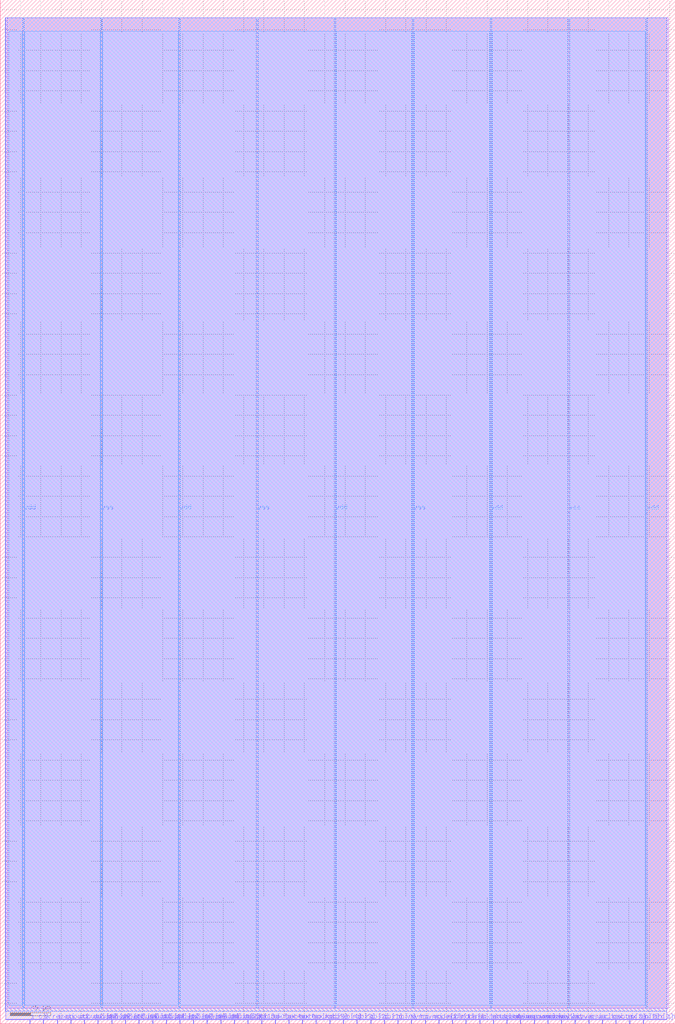
<source format=lef>
VERSION 5.7 ;
  NOWIREEXTENSIONATPIN ON ;
  DIVIDERCHAR "/" ;
  BUSBITCHARS "[]" ;
MACRO top_raybox_zero_fsm
  CLASS BLOCK ;
  FOREIGN top_raybox_zero_fsm ;
  ORIGIN 0.000 0.000 ;
  SIZE 665.635 BY 1009.650 ;
  PIN i_clk
    DIRECTION INPUT ;
    USE SIGNAL ;
    ANTENNAGATEAREA 4.738000 ;
    ANTENNADIFFAREA 0.410400 ;
    PORT
      LAYER Metal2 ;
        RECT 29.120 0.000 29.680 4.000 ;
    END
  END i_clk
  PIN i_debug_map_overlay
    DIRECTION INPUT ;
    USE SIGNAL ;
    ANTENNAGATEAREA 0.726000 ;
    ANTENNADIFFAREA 0.410400 ;
    PORT
      LAYER Metal2 ;
        RECT 486.080 0.000 486.640 4.000 ;
    END
  END i_debug_map_overlay
  PIN i_debug_trace_overlay
    DIRECTION INPUT ;
    USE SIGNAL ;
    ANTENNAGATEAREA 1.102000 ;
    ANTENNADIFFAREA 0.410400 ;
    PORT
      LAYER Metal2 ;
        RECT 472.640 0.000 473.200 4.000 ;
    END
  END i_debug_trace_overlay
  PIN i_debug_vec_overlay
    DIRECTION INPUT ;
    USE SIGNAL ;
    ANTENNAGATEAREA 1.102000 ;
    ANTENNADIFFAREA 0.410400 ;
    PORT
      LAYER Metal2 ;
        RECT 499.520 0.000 500.080 4.000 ;
    END
  END i_debug_vec_overlay
  PIN i_gpout0_sel[0]
    DIRECTION INPUT ;
    USE SIGNAL ;
    ANTENNAGATEAREA 0.726000 ;
    ANTENNADIFFAREA 0.410400 ;
    PORT
      LAYER Metal2 ;
        RECT 203.840 0.000 204.400 4.000 ;
    END
  END i_gpout0_sel[0]
  PIN i_gpout0_sel[1]
    DIRECTION INPUT ;
    USE SIGNAL ;
    ANTENNAGATEAREA 0.726000 ;
    ANTENNADIFFAREA 0.410400 ;
    PORT
      LAYER Metal2 ;
        RECT 190.400 0.000 190.960 4.000 ;
    END
  END i_gpout0_sel[1]
  PIN i_gpout0_sel[2]
    DIRECTION INPUT ;
    USE SIGNAL ;
    ANTENNAGATEAREA 0.396000 ;
    ANTENNADIFFAREA 0.410400 ;
    PORT
      LAYER Metal2 ;
        RECT 176.960 0.000 177.520 4.000 ;
    END
  END i_gpout0_sel[2]
  PIN i_gpout0_sel[3]
    DIRECTION INPUT ;
    USE SIGNAL ;
    ANTENNAGATEAREA 0.396000 ;
    ANTENNADIFFAREA 0.410400 ;
    PORT
      LAYER Metal2 ;
        RECT 163.520 0.000 164.080 4.000 ;
    END
  END i_gpout0_sel[3]
  PIN i_gpout1_sel[0]
    DIRECTION INPUT ;
    USE SIGNAL ;
    ANTENNAGATEAREA 0.726000 ;
    ANTENNADIFFAREA 0.410400 ;
    PORT
      LAYER Metal2 ;
        RECT 150.080 0.000 150.640 4.000 ;
    END
  END i_gpout1_sel[0]
  PIN i_gpout1_sel[1]
    DIRECTION INPUT ;
    USE SIGNAL ;
    ANTENNAGATEAREA 0.726000 ;
    ANTENNADIFFAREA 0.410400 ;
    PORT
      LAYER Metal2 ;
        RECT 136.640 0.000 137.200 4.000 ;
    END
  END i_gpout1_sel[1]
  PIN i_gpout1_sel[2]
    DIRECTION INPUT ;
    USE SIGNAL ;
    ANTENNAGATEAREA 0.396000 ;
    ANTENNADIFFAREA 0.410400 ;
    PORT
      LAYER Metal2 ;
        RECT 123.200 0.000 123.760 4.000 ;
    END
  END i_gpout1_sel[2]
  PIN i_gpout1_sel[3]
    DIRECTION INPUT ;
    USE SIGNAL ;
    ANTENNAGATEAREA 0.396000 ;
    ANTENNADIFFAREA 0.410400 ;
    PORT
      LAYER Metal2 ;
        RECT 109.760 0.000 110.320 4.000 ;
    END
  END i_gpout1_sel[3]
  PIN i_gpout2_sel[0]
    DIRECTION INPUT ;
    USE SIGNAL ;
    ANTENNAGATEAREA 0.726000 ;
    ANTENNADIFFAREA 0.410400 ;
    PORT
      LAYER Metal2 ;
        RECT 96.320 0.000 96.880 4.000 ;
    END
  END i_gpout2_sel[0]
  PIN i_gpout2_sel[1]
    DIRECTION INPUT ;
    USE SIGNAL ;
    ANTENNAGATEAREA 0.726000 ;
    ANTENNADIFFAREA 0.410400 ;
    PORT
      LAYER Metal2 ;
        RECT 82.880 0.000 83.440 4.000 ;
    END
  END i_gpout2_sel[1]
  PIN i_gpout2_sel[2]
    DIRECTION INPUT ;
    USE SIGNAL ;
    ANTENNAGATEAREA 0.726000 ;
    ANTENNADIFFAREA 0.410400 ;
    PORT
      LAYER Metal2 ;
        RECT 69.440 0.000 70.000 4.000 ;
    END
  END i_gpout2_sel[2]
  PIN i_gpout2_sel[3]
    DIRECTION INPUT ;
    USE SIGNAL ;
    ANTENNAGATEAREA 0.498500 ;
    ANTENNADIFFAREA 0.410400 ;
    PORT
      LAYER Metal2 ;
        RECT 56.000 0.000 56.560 4.000 ;
    END
  END i_gpout2_sel[3]
  PIN i_mode[0]
    DIRECTION INPUT ;
    USE SIGNAL ;
    ANTENNAGATEAREA 1.183000 ;
    ANTENNADIFFAREA 0.410400 ;
    PORT
      LAYER Metal2 ;
        RECT 445.760 0.000 446.320 4.000 ;
    END
  END i_mode[0]
  PIN i_mode[1]
    DIRECTION INPUT ;
    USE SIGNAL ;
    ANTENNAGATEAREA 1.102000 ;
    ANTENNADIFFAREA 0.410400 ;
    PORT
      LAYER Metal2 ;
        RECT 432.320 0.000 432.880 4.000 ;
    END
  END i_mode[1]
  PIN i_mode[2]
    DIRECTION INPUT ;
    USE SIGNAL ;
    ANTENNAGATEAREA 0.498500 ;
    ANTENNADIFFAREA 0.410400 ;
    PORT
      LAYER Metal2 ;
        RECT 418.880 0.000 419.440 4.000 ;
    END
  END i_mode[2]
  PIN i_reg_csb
    DIRECTION INPUT ;
    USE SIGNAL ;
    ANTENNAGATEAREA 1.102000 ;
    ANTENNADIFFAREA 0.410400 ;
    PORT
      LAYER Metal2 ;
        RECT 539.840 0.000 540.400 4.000 ;
    END
  END i_reg_csb
  PIN i_reg_mosi
    DIRECTION INPUT ;
    USE SIGNAL ;
    ANTENNAGATEAREA 0.498500 ;
    ANTENNADIFFAREA 0.410400 ;
    PORT
      LAYER Metal2 ;
        RECT 512.960 0.000 513.520 4.000 ;
    END
  END i_reg_mosi
  PIN i_reg_outs_enb
    DIRECTION INPUT ;
    USE SIGNAL ;
    ANTENNAGATEAREA 0.741000 ;
    ANTENNADIFFAREA 0.410400 ;
    PORT
      LAYER Metal2 ;
        RECT 459.200 0.000 459.760 4.000 ;
    END
  END i_reg_outs_enb
  PIN i_reg_sclk
    DIRECTION INPUT ;
    USE SIGNAL ;
    ANTENNAGATEAREA 0.498500 ;
    ANTENNADIFFAREA 0.410400 ;
    PORT
      LAYER Metal2 ;
        RECT 526.400 0.000 526.960 4.000 ;
    END
  END i_reg_sclk
  PIN i_reset
    DIRECTION INPUT ;
    USE SIGNAL ;
    ANTENNAGATEAREA 1.102000 ;
    ANTENNADIFFAREA 0.410400 ;
    PORT
      LAYER Metal2 ;
        RECT 42.560 0.000 43.120 4.000 ;
    END
  END i_reset
  PIN i_tex_in[0]
    DIRECTION INPUT ;
    USE SIGNAL ;
    ANTENNAGATEAREA 0.726000 ;
    ANTENNADIFFAREA 0.410400 ;
    PORT
      LAYER Metal2 ;
        RECT 633.920 0.000 634.480 4.000 ;
    END
  END i_tex_in[0]
  PIN i_tex_in[1]
    DIRECTION INPUT ;
    USE SIGNAL ;
    ANTENNAGATEAREA 0.498500 ;
    ANTENNADIFFAREA 0.410400 ;
    PORT
      LAYER Metal2 ;
        RECT 620.480 0.000 621.040 4.000 ;
    END
  END i_tex_in[1]
  PIN i_tex_in[2]
    DIRECTION INPUT ;
    USE SIGNAL ;
    ANTENNAGATEAREA 0.726000 ;
    ANTENNADIFFAREA 0.410400 ;
    PORT
      LAYER Metal2 ;
        RECT 607.040 0.000 607.600 4.000 ;
    END
  END i_tex_in[2]
  PIN i_tex_in[3]
    DIRECTION INPUT ;
    USE SIGNAL ;
    PORT
      LAYER Metal2 ;
        RECT 593.600 0.000 594.160 4.000 ;
    END
  END i_tex_in[3]
  PIN i_vec_csb
    DIRECTION INPUT ;
    USE SIGNAL ;
    ANTENNAGATEAREA 1.102000 ;
    ANTENNADIFFAREA 0.410400 ;
    PORT
      LAYER Metal2 ;
        RECT 580.160 0.000 580.720 4.000 ;
    END
  END i_vec_csb
  PIN i_vec_mosi
    DIRECTION INPUT ;
    USE SIGNAL ;
    ANTENNAGATEAREA 0.498500 ;
    ANTENNADIFFAREA 0.410400 ;
    PORT
      LAYER Metal2 ;
        RECT 553.280 0.000 553.840 4.000 ;
    END
  END i_vec_mosi
  PIN i_vec_sclk
    DIRECTION INPUT ;
    USE SIGNAL ;
    ANTENNAGATEAREA 0.498500 ;
    ANTENNADIFFAREA 0.410400 ;
    PORT
      LAYER Metal2 ;
        RECT 566.720 0.000 567.280 4.000 ;
    END
  END i_vec_sclk
  PIN o_gpout[0]
    DIRECTION OUTPUT TRISTATE ;
    USE SIGNAL ;
    ANTENNADIFFAREA 4.731200 ;
    PORT
      LAYER Metal2 ;
        RECT 244.160 0.000 244.720 4.000 ;
    END
  END o_gpout[0]
  PIN o_gpout[1]
    DIRECTION OUTPUT TRISTATE ;
    USE SIGNAL ;
    ANTENNADIFFAREA 4.731200 ;
    PORT
      LAYER Metal2 ;
        RECT 230.720 0.000 231.280 4.000 ;
    END
  END o_gpout[1]
  PIN o_gpout[2]
    DIRECTION OUTPUT TRISTATE ;
    USE SIGNAL ;
    ANTENNADIFFAREA 0.897600 ;
    PORT
      LAYER Metal2 ;
        RECT 217.280 0.000 217.840 4.000 ;
    END
  END o_gpout[2]
  PIN o_hsync
    DIRECTION OUTPUT TRISTATE ;
    USE SIGNAL ;
    ANTENNADIFFAREA 4.731200 ;
    PORT
      LAYER Metal2 ;
        RECT 405.440 0.000 406.000 4.000 ;
    END
  END o_hsync
  PIN o_rgb[0]
    DIRECTION OUTPUT TRISTATE ;
    USE SIGNAL ;
    ANTENNADIFFAREA 4.731200 ;
    PORT
      LAYER Metal2 ;
        RECT 378.560 0.000 379.120 4.000 ;
    END
  END o_rgb[0]
  PIN o_rgb[1]
    DIRECTION OUTPUT TRISTATE ;
    USE SIGNAL ;
    ANTENNADIFFAREA 4.731200 ;
    PORT
      LAYER Metal2 ;
        RECT 365.120 0.000 365.680 4.000 ;
    END
  END o_rgb[1]
  PIN o_rgb[2]
    DIRECTION OUTPUT TRISTATE ;
    USE SIGNAL ;
    ANTENNADIFFAREA 4.731200 ;
    PORT
      LAYER Metal2 ;
        RECT 351.680 0.000 352.240 4.000 ;
    END
  END o_rgb[2]
  PIN o_rgb[3]
    DIRECTION OUTPUT TRISTATE ;
    USE SIGNAL ;
    ANTENNADIFFAREA 4.731200 ;
    PORT
      LAYER Metal2 ;
        RECT 338.240 0.000 338.800 4.000 ;
    END
  END o_rgb[3]
  PIN o_rgb[4]
    DIRECTION OUTPUT TRISTATE ;
    USE SIGNAL ;
    ANTENNADIFFAREA 4.731200 ;
    PORT
      LAYER Metal2 ;
        RECT 324.800 0.000 325.360 4.000 ;
    END
  END o_rgb[4]
  PIN o_rgb[5]
    DIRECTION OUTPUT TRISTATE ;
    USE SIGNAL ;
    ANTENNADIFFAREA 4.731200 ;
    PORT
      LAYER Metal2 ;
        RECT 311.360 0.000 311.920 4.000 ;
    END
  END o_rgb[5]
  PIN o_tex_csb
    DIRECTION OUTPUT TRISTATE ;
    USE SIGNAL ;
    ANTENNADIFFAREA 4.731200 ;
    PORT
      LAYER Metal2 ;
        RECT 297.920 0.000 298.480 4.000 ;
    END
  END o_tex_csb
  PIN o_tex_oeb0
    DIRECTION OUTPUT TRISTATE ;
    USE SIGNAL ;
    ANTENNADIFFAREA 4.731200 ;
    PORT
      LAYER Metal2 ;
        RECT 257.600 0.000 258.160 4.000 ;
    END
  END o_tex_oeb0
  PIN o_tex_out0
    DIRECTION OUTPUT TRISTATE ;
    USE SIGNAL ;
    ANTENNADIFFAREA 4.731200 ;
    PORT
      LAYER Metal2 ;
        RECT 271.040 0.000 271.600 4.000 ;
    END
  END o_tex_out0
  PIN o_tex_sclk
    DIRECTION OUTPUT TRISTATE ;
    USE SIGNAL ;
    ANTENNADIFFAREA 0.897600 ;
    PORT
      LAYER Metal2 ;
        RECT 284.480 0.000 285.040 4.000 ;
    END
  END o_tex_sclk
  PIN o_vsync
    DIRECTION OUTPUT TRISTATE ;
    USE SIGNAL ;
    ANTENNADIFFAREA 4.731200 ;
    PORT
      LAYER Metal2 ;
        RECT 392.000 0.000 392.560 4.000 ;
    END
  END o_vsync
  PIN vdd
    DIRECTION INOUT ;
    USE POWER ;
    PORT
      LAYER Metal4 ;
        RECT 22.240 15.380 23.840 992.060 ;
    END
    PORT
      LAYER Metal4 ;
        RECT 175.840 15.380 177.440 992.060 ;
    END
    PORT
      LAYER Metal4 ;
        RECT 329.440 15.380 331.040 992.060 ;
    END
    PORT
      LAYER Metal4 ;
        RECT 483.040 15.380 484.640 992.060 ;
    END
    PORT
      LAYER Metal4 ;
        RECT 636.640 15.380 638.240 992.060 ;
    END
  END vdd
  PIN vss
    DIRECTION INOUT ;
    USE GROUND ;
    PORT
      LAYER Metal4 ;
        RECT 99.040 15.380 100.640 992.060 ;
    END
    PORT
      LAYER Metal4 ;
        RECT 252.640 15.380 254.240 992.060 ;
    END
    PORT
      LAYER Metal4 ;
        RECT 406.240 15.380 407.840 992.060 ;
    END
    PORT
      LAYER Metal4 ;
        RECT 559.840 15.380 561.440 992.060 ;
    END
  END vss
  OBS
      LAYER Metal1 ;
        RECT 6.720 15.380 658.560 992.060 ;
      LAYER Metal2 ;
        RECT 5.180 4.300 657.300 991.950 ;
        RECT 5.180 4.000 28.820 4.300 ;
        RECT 29.980 4.000 42.260 4.300 ;
        RECT 43.420 4.000 55.700 4.300 ;
        RECT 56.860 4.000 69.140 4.300 ;
        RECT 70.300 4.000 82.580 4.300 ;
        RECT 83.740 4.000 96.020 4.300 ;
        RECT 97.180 4.000 109.460 4.300 ;
        RECT 110.620 4.000 122.900 4.300 ;
        RECT 124.060 4.000 136.340 4.300 ;
        RECT 137.500 4.000 149.780 4.300 ;
        RECT 150.940 4.000 163.220 4.300 ;
        RECT 164.380 4.000 176.660 4.300 ;
        RECT 177.820 4.000 190.100 4.300 ;
        RECT 191.260 4.000 203.540 4.300 ;
        RECT 204.700 4.000 216.980 4.300 ;
        RECT 218.140 4.000 230.420 4.300 ;
        RECT 231.580 4.000 243.860 4.300 ;
        RECT 245.020 4.000 257.300 4.300 ;
        RECT 258.460 4.000 270.740 4.300 ;
        RECT 271.900 4.000 284.180 4.300 ;
        RECT 285.340 4.000 297.620 4.300 ;
        RECT 298.780 4.000 311.060 4.300 ;
        RECT 312.220 4.000 324.500 4.300 ;
        RECT 325.660 4.000 337.940 4.300 ;
        RECT 339.100 4.000 351.380 4.300 ;
        RECT 352.540 4.000 364.820 4.300 ;
        RECT 365.980 4.000 378.260 4.300 ;
        RECT 379.420 4.000 391.700 4.300 ;
        RECT 392.860 4.000 405.140 4.300 ;
        RECT 406.300 4.000 418.580 4.300 ;
        RECT 419.740 4.000 432.020 4.300 ;
        RECT 433.180 4.000 445.460 4.300 ;
        RECT 446.620 4.000 458.900 4.300 ;
        RECT 460.060 4.000 472.340 4.300 ;
        RECT 473.500 4.000 485.780 4.300 ;
        RECT 486.940 4.000 499.220 4.300 ;
        RECT 500.380 4.000 512.660 4.300 ;
        RECT 513.820 4.000 526.100 4.300 ;
        RECT 527.260 4.000 539.540 4.300 ;
        RECT 540.700 4.000 552.980 4.300 ;
        RECT 554.140 4.000 566.420 4.300 ;
        RECT 567.580 4.000 579.860 4.300 ;
        RECT 581.020 4.000 593.300 4.300 ;
        RECT 594.460 4.000 606.740 4.300 ;
        RECT 607.900 4.000 620.180 4.300 ;
        RECT 621.340 4.000 633.620 4.300 ;
        RECT 634.780 4.000 657.300 4.300 ;
      LAYER Metal3 ;
        RECT 5.130 12.460 657.350 991.900 ;
      LAYER Metal4 ;
        RECT 8.540 18.010 21.940 978.790 ;
        RECT 24.140 18.010 98.740 978.790 ;
        RECT 100.940 18.010 175.540 978.790 ;
        RECT 177.740 18.010 252.340 978.790 ;
        RECT 254.540 18.010 329.140 978.790 ;
        RECT 331.340 18.010 405.940 978.790 ;
        RECT 408.140 18.010 482.740 978.790 ;
        RECT 484.940 18.010 559.540 978.790 ;
        RECT 561.740 18.010 636.020 978.790 ;
  END
END top_raybox_zero_fsm
END LIBRARY


</source>
